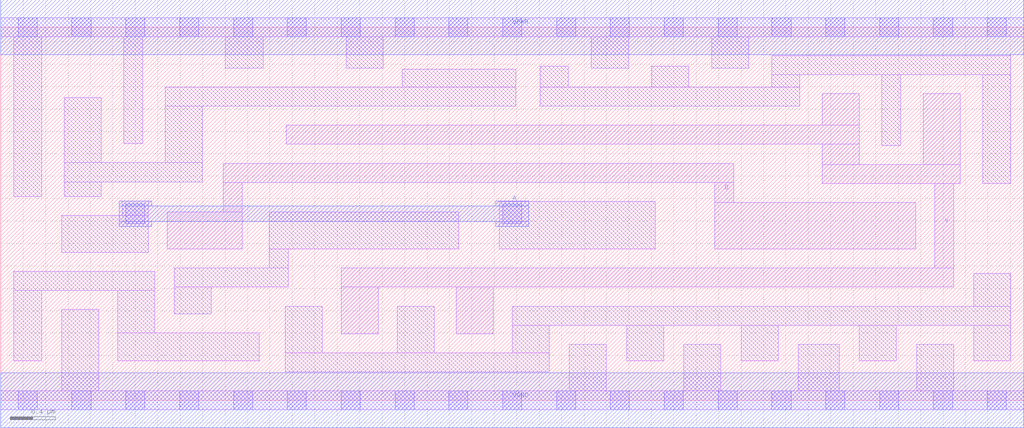
<source format=lef>
# Copyright 2020 The SkyWater PDK Authors
#
# Licensed under the Apache License, Version 2.0 (the "License");
# you may not use this file except in compliance with the License.
# You may obtain a copy of the License at
#
#     https://www.apache.org/licenses/LICENSE-2.0
#
# Unless required by applicable law or agreed to in writing, software
# distributed under the License is distributed on an "AS IS" BASIS,
# WITHOUT WARRANTIES OR CONDITIONS OF ANY KIND, either express or implied.
# See the License for the specific language governing permissions and
# limitations under the License.
#
# SPDX-License-Identifier: Apache-2.0

VERSION 5.7 ;
  NOWIREEXTENSIONATPIN ON ;
  DIVIDERCHAR "/" ;
  BUSBITCHARS "[]" ;
UNITS
  DATABASE MICRONS 200 ;
END UNITS
MACRO sky130_fd_sc_ls__xnor2_4
  CLASS CORE ;
  FOREIGN sky130_fd_sc_ls__xnor2_4 ;
  ORIGIN  0.000000  0.000000 ;
  SIZE  9.120000 BY  3.330000 ;
  SYMMETRY X Y ;
  SITE unit ;
  PIN A
    ANTENNAGATEAREA  1.560000 ;
    DIRECTION INPUT ;
    USE SIGNAL ;
    PORT
      LAYER met1 ;
        RECT 1.055000 1.550000 1.345000 1.595000 ;
        RECT 1.055000 1.595000 4.705000 1.735000 ;
        RECT 1.055000 1.735000 1.345000 1.780000 ;
        RECT 4.415000 1.550000 4.705000 1.595000 ;
        RECT 4.415000 1.735000 4.705000 1.780000 ;
    END
  END A
  PIN B
    ANTENNAGATEAREA  1.560000 ;
    DIRECTION INPUT ;
    USE SIGNAL ;
    PORT
      LAYER li1 ;
        RECT 1.485000 1.350000 2.155000 1.680000 ;
        RECT 1.985000 1.680000 2.155000 1.945000 ;
        RECT 1.985000 1.945000 6.535000 2.115000 ;
        RECT 6.365000 1.350000 8.155000 1.765000 ;
        RECT 6.365000 1.765000 6.535000 1.945000 ;
    END
  END B
  PIN Y
    ANTENNADIFFAREA  1.474200 ;
    DIRECTION OUTPUT ;
    USE SIGNAL ;
    PORT
      LAYER li1 ;
        RECT 2.545000 2.285000 7.655000 2.455000 ;
        RECT 3.035000 0.595000 3.365000 1.010000 ;
        RECT 3.035000 1.010000 8.495000 1.180000 ;
        RECT 4.060000 0.595000 4.390000 1.010000 ;
        RECT 7.325000 1.935000 8.555000 2.105000 ;
        RECT 7.325000 2.105000 7.655000 2.285000 ;
        RECT 7.325000 2.455000 7.655000 2.735000 ;
        RECT 8.225000 2.105000 8.555000 2.735000 ;
        RECT 8.325000 1.180000 8.495000 1.935000 ;
    END
  END Y
  PIN VGND
    DIRECTION INOUT ;
    SHAPE ABUTMENT ;
    USE GROUND ;
    PORT
      LAYER met1 ;
        RECT 0.000000 -0.245000 9.120000 0.245000 ;
    END
  END VGND
  PIN VPWR
    DIRECTION INOUT ;
    SHAPE ABUTMENT ;
    USE POWER ;
    PORT
      LAYER met1 ;
        RECT 0.000000 3.085000 9.120000 3.575000 ;
    END
  END VPWR
  OBS
    LAYER li1 ;
      RECT 0.000000 -0.085000 9.120000 0.085000 ;
      RECT 0.000000  3.245000 9.120000 3.415000 ;
      RECT 0.115000  0.350000 0.365000 0.980000 ;
      RECT 0.115000  0.980000 1.375000 1.150000 ;
      RECT 0.115000  1.820000 0.365000 3.245000 ;
      RECT 0.545000  0.085000 0.875000 0.810000 ;
      RECT 0.545000  1.320000 1.315000 1.650000 ;
      RECT 0.565000  1.820000 0.895000 1.950000 ;
      RECT 0.565000  1.950000 1.795000 2.120000 ;
      RECT 0.565000  2.120000 0.895000 2.700000 ;
      RECT 1.045000  0.350000 2.305000 0.600000 ;
      RECT 1.045000  0.600000 1.375000 0.980000 ;
      RECT 1.085000  1.650000 1.315000 1.780000 ;
      RECT 1.095000  2.290000 1.265000 3.245000 ;
      RECT 1.465000  2.120000 1.795000 2.625000 ;
      RECT 1.465000  2.625000 4.590000 2.795000 ;
      RECT 1.545000  0.770000 1.875000 1.010000 ;
      RECT 1.545000  1.010000 2.565000 1.180000 ;
      RECT 2.000000  2.965000 2.340000 3.245000 ;
      RECT 2.395000  1.180000 2.565000 1.350000 ;
      RECT 2.395000  1.350000 4.085000 1.680000 ;
      RECT 2.535000  0.255000 4.890000 0.425000 ;
      RECT 2.535000  0.425000 2.865000 0.840000 ;
      RECT 3.080000  2.965000 3.410000 3.245000 ;
      RECT 3.535000  0.425000 3.865000 0.840000 ;
      RECT 3.580000  2.795000 4.590000 2.955000 ;
      RECT 4.445000  1.350000 5.835000 1.775000 ;
      RECT 4.560000  0.425000 4.890000 0.670000 ;
      RECT 4.560000  0.670000 9.005000 0.840000 ;
      RECT 4.810000  2.625000 7.125000 2.795000 ;
      RECT 4.810000  2.795000 5.060000 2.980000 ;
      RECT 5.070000  0.085000 5.400000 0.500000 ;
      RECT 5.265000  2.965000 5.600000 3.245000 ;
      RECT 5.580000  0.350000 5.910000 0.670000 ;
      RECT 5.805000  2.795000 6.135000 2.980000 ;
      RECT 6.090000  0.085000 6.420000 0.500000 ;
      RECT 6.340000  2.965000 6.670000 3.245000 ;
      RECT 6.600000  0.350000 6.930000 0.670000 ;
      RECT 6.875000  2.795000 7.125000 2.905000 ;
      RECT 6.875000  2.905000 9.005000 3.075000 ;
      RECT 7.110000  0.085000 7.475000 0.500000 ;
      RECT 7.655000  0.350000 7.985000 0.670000 ;
      RECT 7.855000  2.275000 8.025000 2.905000 ;
      RECT 8.165000  0.085000 8.495000 0.500000 ;
      RECT 8.675000  0.350000 9.005000 0.670000 ;
      RECT 8.675000  0.840000 9.005000 1.130000 ;
      RECT 8.755000  1.935000 9.005000 2.905000 ;
    LAYER mcon ;
      RECT 0.155000 -0.085000 0.325000 0.085000 ;
      RECT 0.155000  3.245000 0.325000 3.415000 ;
      RECT 0.635000 -0.085000 0.805000 0.085000 ;
      RECT 0.635000  3.245000 0.805000 3.415000 ;
      RECT 1.115000 -0.085000 1.285000 0.085000 ;
      RECT 1.115000  1.580000 1.285000 1.750000 ;
      RECT 1.115000  3.245000 1.285000 3.415000 ;
      RECT 1.595000 -0.085000 1.765000 0.085000 ;
      RECT 1.595000  3.245000 1.765000 3.415000 ;
      RECT 2.075000 -0.085000 2.245000 0.085000 ;
      RECT 2.075000  3.245000 2.245000 3.415000 ;
      RECT 2.555000 -0.085000 2.725000 0.085000 ;
      RECT 2.555000  3.245000 2.725000 3.415000 ;
      RECT 3.035000 -0.085000 3.205000 0.085000 ;
      RECT 3.035000  3.245000 3.205000 3.415000 ;
      RECT 3.515000 -0.085000 3.685000 0.085000 ;
      RECT 3.515000  3.245000 3.685000 3.415000 ;
      RECT 3.995000 -0.085000 4.165000 0.085000 ;
      RECT 3.995000  3.245000 4.165000 3.415000 ;
      RECT 4.475000 -0.085000 4.645000 0.085000 ;
      RECT 4.475000  1.580000 4.645000 1.750000 ;
      RECT 4.475000  3.245000 4.645000 3.415000 ;
      RECT 4.955000 -0.085000 5.125000 0.085000 ;
      RECT 4.955000  3.245000 5.125000 3.415000 ;
      RECT 5.435000 -0.085000 5.605000 0.085000 ;
      RECT 5.435000  3.245000 5.605000 3.415000 ;
      RECT 5.915000 -0.085000 6.085000 0.085000 ;
      RECT 5.915000  3.245000 6.085000 3.415000 ;
      RECT 6.395000 -0.085000 6.565000 0.085000 ;
      RECT 6.395000  3.245000 6.565000 3.415000 ;
      RECT 6.875000 -0.085000 7.045000 0.085000 ;
      RECT 6.875000  3.245000 7.045000 3.415000 ;
      RECT 7.355000 -0.085000 7.525000 0.085000 ;
      RECT 7.355000  3.245000 7.525000 3.415000 ;
      RECT 7.835000 -0.085000 8.005000 0.085000 ;
      RECT 7.835000  3.245000 8.005000 3.415000 ;
      RECT 8.315000 -0.085000 8.485000 0.085000 ;
      RECT 8.315000  3.245000 8.485000 3.415000 ;
      RECT 8.795000 -0.085000 8.965000 0.085000 ;
      RECT 8.795000  3.245000 8.965000 3.415000 ;
  END
END sky130_fd_sc_ls__xnor2_4
END LIBRARY

</source>
